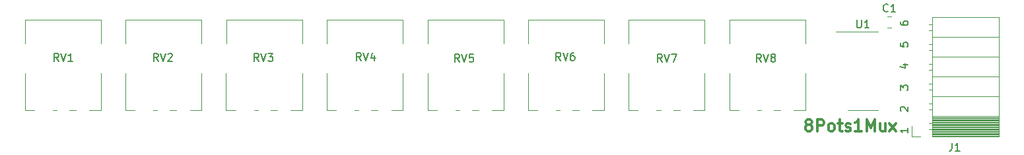
<source format=gbr>
%TF.GenerationSoftware,KiCad,Pcbnew,(7.0.0)*%
%TF.CreationDate,2023-08-09T19:52:53-07:00*%
%TF.ProjectId,8-pots-1-mux,382d706f-7473-42d3-912d-6d75782e6b69,rev?*%
%TF.SameCoordinates,Original*%
%TF.FileFunction,Legend,Top*%
%TF.FilePolarity,Positive*%
%FSLAX46Y46*%
G04 Gerber Fmt 4.6, Leading zero omitted, Abs format (unit mm)*
G04 Created by KiCad (PCBNEW (7.0.0)) date 2023-08-09 19:52:53*
%MOMM*%
%LPD*%
G01*
G04 APERTURE LIST*
%ADD10C,0.300000*%
%ADD11C,0.150000*%
%ADD12C,0.120000*%
G04 APERTURE END LIST*
D10*
X192655714Y-39923928D02*
X192512857Y-39852500D01*
X192512857Y-39852500D02*
X192441428Y-39781071D01*
X192441428Y-39781071D02*
X192370000Y-39638214D01*
X192370000Y-39638214D02*
X192370000Y-39566785D01*
X192370000Y-39566785D02*
X192441428Y-39423928D01*
X192441428Y-39423928D02*
X192512857Y-39352500D01*
X192512857Y-39352500D02*
X192655714Y-39281071D01*
X192655714Y-39281071D02*
X192941428Y-39281071D01*
X192941428Y-39281071D02*
X193084286Y-39352500D01*
X193084286Y-39352500D02*
X193155714Y-39423928D01*
X193155714Y-39423928D02*
X193227143Y-39566785D01*
X193227143Y-39566785D02*
X193227143Y-39638214D01*
X193227143Y-39638214D02*
X193155714Y-39781071D01*
X193155714Y-39781071D02*
X193084286Y-39852500D01*
X193084286Y-39852500D02*
X192941428Y-39923928D01*
X192941428Y-39923928D02*
X192655714Y-39923928D01*
X192655714Y-39923928D02*
X192512857Y-39995357D01*
X192512857Y-39995357D02*
X192441428Y-40066785D01*
X192441428Y-40066785D02*
X192370000Y-40209642D01*
X192370000Y-40209642D02*
X192370000Y-40495357D01*
X192370000Y-40495357D02*
X192441428Y-40638214D01*
X192441428Y-40638214D02*
X192512857Y-40709642D01*
X192512857Y-40709642D02*
X192655714Y-40781071D01*
X192655714Y-40781071D02*
X192941428Y-40781071D01*
X192941428Y-40781071D02*
X193084286Y-40709642D01*
X193084286Y-40709642D02*
X193155714Y-40638214D01*
X193155714Y-40638214D02*
X193227143Y-40495357D01*
X193227143Y-40495357D02*
X193227143Y-40209642D01*
X193227143Y-40209642D02*
X193155714Y-40066785D01*
X193155714Y-40066785D02*
X193084286Y-39995357D01*
X193084286Y-39995357D02*
X192941428Y-39923928D01*
X193869999Y-40781071D02*
X193869999Y-39281071D01*
X193869999Y-39281071D02*
X194441428Y-39281071D01*
X194441428Y-39281071D02*
X194584285Y-39352500D01*
X194584285Y-39352500D02*
X194655714Y-39423928D01*
X194655714Y-39423928D02*
X194727142Y-39566785D01*
X194727142Y-39566785D02*
X194727142Y-39781071D01*
X194727142Y-39781071D02*
X194655714Y-39923928D01*
X194655714Y-39923928D02*
X194584285Y-39995357D01*
X194584285Y-39995357D02*
X194441428Y-40066785D01*
X194441428Y-40066785D02*
X193869999Y-40066785D01*
X195584285Y-40781071D02*
X195441428Y-40709642D01*
X195441428Y-40709642D02*
X195369999Y-40638214D01*
X195369999Y-40638214D02*
X195298571Y-40495357D01*
X195298571Y-40495357D02*
X195298571Y-40066785D01*
X195298571Y-40066785D02*
X195369999Y-39923928D01*
X195369999Y-39923928D02*
X195441428Y-39852500D01*
X195441428Y-39852500D02*
X195584285Y-39781071D01*
X195584285Y-39781071D02*
X195798571Y-39781071D01*
X195798571Y-39781071D02*
X195941428Y-39852500D01*
X195941428Y-39852500D02*
X196012857Y-39923928D01*
X196012857Y-39923928D02*
X196084285Y-40066785D01*
X196084285Y-40066785D02*
X196084285Y-40495357D01*
X196084285Y-40495357D02*
X196012857Y-40638214D01*
X196012857Y-40638214D02*
X195941428Y-40709642D01*
X195941428Y-40709642D02*
X195798571Y-40781071D01*
X195798571Y-40781071D02*
X195584285Y-40781071D01*
X196512857Y-39781071D02*
X197084285Y-39781071D01*
X196727142Y-39281071D02*
X196727142Y-40566785D01*
X196727142Y-40566785D02*
X196798571Y-40709642D01*
X196798571Y-40709642D02*
X196941428Y-40781071D01*
X196941428Y-40781071D02*
X197084285Y-40781071D01*
X197512857Y-40709642D02*
X197655714Y-40781071D01*
X197655714Y-40781071D02*
X197941428Y-40781071D01*
X197941428Y-40781071D02*
X198084285Y-40709642D01*
X198084285Y-40709642D02*
X198155714Y-40566785D01*
X198155714Y-40566785D02*
X198155714Y-40495357D01*
X198155714Y-40495357D02*
X198084285Y-40352500D01*
X198084285Y-40352500D02*
X197941428Y-40281071D01*
X197941428Y-40281071D02*
X197727143Y-40281071D01*
X197727143Y-40281071D02*
X197584285Y-40209642D01*
X197584285Y-40209642D02*
X197512857Y-40066785D01*
X197512857Y-40066785D02*
X197512857Y-39995357D01*
X197512857Y-39995357D02*
X197584285Y-39852500D01*
X197584285Y-39852500D02*
X197727143Y-39781071D01*
X197727143Y-39781071D02*
X197941428Y-39781071D01*
X197941428Y-39781071D02*
X198084285Y-39852500D01*
X199584286Y-40781071D02*
X198727143Y-40781071D01*
X199155714Y-40781071D02*
X199155714Y-39281071D01*
X199155714Y-39281071D02*
X199012857Y-39495357D01*
X199012857Y-39495357D02*
X198870000Y-39638214D01*
X198870000Y-39638214D02*
X198727143Y-39709642D01*
X200227142Y-40781071D02*
X200227142Y-39281071D01*
X200227142Y-39281071D02*
X200727142Y-40352500D01*
X200727142Y-40352500D02*
X201227142Y-39281071D01*
X201227142Y-39281071D02*
X201227142Y-40781071D01*
X202584286Y-39781071D02*
X202584286Y-40781071D01*
X201941428Y-39781071D02*
X201941428Y-40566785D01*
X201941428Y-40566785D02*
X202012857Y-40709642D01*
X202012857Y-40709642D02*
X202155714Y-40781071D01*
X202155714Y-40781071D02*
X202370000Y-40781071D01*
X202370000Y-40781071D02*
X202512857Y-40709642D01*
X202512857Y-40709642D02*
X202584286Y-40638214D01*
X203155714Y-40781071D02*
X203941429Y-39781071D01*
X203155714Y-39781071D02*
X203941429Y-40781071D01*
D11*
X205522380Y-40386095D02*
X205522380Y-40957523D01*
X205522380Y-40671809D02*
X204522380Y-40671809D01*
X204522380Y-40671809D02*
X204665238Y-40767047D01*
X204665238Y-40767047D02*
X204760476Y-40862285D01*
X204760476Y-40862285D02*
X204808095Y-40957523D01*
X204617619Y-38205142D02*
X204570000Y-38157523D01*
X204570000Y-38157523D02*
X204522380Y-38062285D01*
X204522380Y-38062285D02*
X204522380Y-37824190D01*
X204522380Y-37824190D02*
X204570000Y-37728952D01*
X204570000Y-37728952D02*
X204617619Y-37681333D01*
X204617619Y-37681333D02*
X204712857Y-37633714D01*
X204712857Y-37633714D02*
X204808095Y-37633714D01*
X204808095Y-37633714D02*
X204950952Y-37681333D01*
X204950952Y-37681333D02*
X205522380Y-38252761D01*
X205522380Y-38252761D02*
X205522380Y-37633714D01*
X204522380Y-35500380D02*
X204522380Y-34881333D01*
X204522380Y-34881333D02*
X204903333Y-35214666D01*
X204903333Y-35214666D02*
X204903333Y-35071809D01*
X204903333Y-35071809D02*
X204950952Y-34976571D01*
X204950952Y-34976571D02*
X204998571Y-34928952D01*
X204998571Y-34928952D02*
X205093809Y-34881333D01*
X205093809Y-34881333D02*
X205331904Y-34881333D01*
X205331904Y-34881333D02*
X205427142Y-34928952D01*
X205427142Y-34928952D02*
X205474761Y-34976571D01*
X205474761Y-34976571D02*
X205522380Y-35071809D01*
X205522380Y-35071809D02*
X205522380Y-35357523D01*
X205522380Y-35357523D02*
X205474761Y-35452761D01*
X205474761Y-35452761D02*
X205427142Y-35500380D01*
X204855714Y-32224190D02*
X205522380Y-32224190D01*
X204474761Y-32462285D02*
X205189047Y-32700380D01*
X205189047Y-32700380D02*
X205189047Y-32081333D01*
X204522380Y-29424190D02*
X204522380Y-29900380D01*
X204522380Y-29900380D02*
X204998571Y-29947999D01*
X204998571Y-29947999D02*
X204950952Y-29900380D01*
X204950952Y-29900380D02*
X204903333Y-29805142D01*
X204903333Y-29805142D02*
X204903333Y-29567047D01*
X204903333Y-29567047D02*
X204950952Y-29471809D01*
X204950952Y-29471809D02*
X204998571Y-29424190D01*
X204998571Y-29424190D02*
X205093809Y-29376571D01*
X205093809Y-29376571D02*
X205331904Y-29376571D01*
X205331904Y-29376571D02*
X205427142Y-29424190D01*
X205427142Y-29424190D02*
X205474761Y-29471809D01*
X205474761Y-29471809D02*
X205522380Y-29567047D01*
X205522380Y-29567047D02*
X205522380Y-29805142D01*
X205522380Y-29805142D02*
X205474761Y-29900380D01*
X205474761Y-29900380D02*
X205427142Y-29947999D01*
X204522380Y-26719428D02*
X204522380Y-26909904D01*
X204522380Y-26909904D02*
X204570000Y-27005142D01*
X204570000Y-27005142D02*
X204617619Y-27052761D01*
X204617619Y-27052761D02*
X204760476Y-27147999D01*
X204760476Y-27147999D02*
X204950952Y-27195618D01*
X204950952Y-27195618D02*
X205331904Y-27195618D01*
X205331904Y-27195618D02*
X205427142Y-27147999D01*
X205427142Y-27147999D02*
X205474761Y-27100380D01*
X205474761Y-27100380D02*
X205522380Y-27005142D01*
X205522380Y-27005142D02*
X205522380Y-26814666D01*
X205522380Y-26814666D02*
X205474761Y-26719428D01*
X205474761Y-26719428D02*
X205427142Y-26671809D01*
X205427142Y-26671809D02*
X205331904Y-26624190D01*
X205331904Y-26624190D02*
X205093809Y-26624190D01*
X205093809Y-26624190D02*
X204998571Y-26671809D01*
X204998571Y-26671809D02*
X204950952Y-26719428D01*
X204950952Y-26719428D02*
X204903333Y-26814666D01*
X204903333Y-26814666D02*
X204903333Y-27005142D01*
X204903333Y-27005142D02*
X204950952Y-27100380D01*
X204950952Y-27100380D02*
X204998571Y-27147999D01*
X204998571Y-27147999D02*
X205093809Y-27195618D01*
%TO.C,C1*%
X202963333Y-25372142D02*
X202915714Y-25419761D01*
X202915714Y-25419761D02*
X202772857Y-25467380D01*
X202772857Y-25467380D02*
X202677619Y-25467380D01*
X202677619Y-25467380D02*
X202534762Y-25419761D01*
X202534762Y-25419761D02*
X202439524Y-25324523D01*
X202439524Y-25324523D02*
X202391905Y-25229285D01*
X202391905Y-25229285D02*
X202344286Y-25038809D01*
X202344286Y-25038809D02*
X202344286Y-24895952D01*
X202344286Y-24895952D02*
X202391905Y-24705476D01*
X202391905Y-24705476D02*
X202439524Y-24610238D01*
X202439524Y-24610238D02*
X202534762Y-24515000D01*
X202534762Y-24515000D02*
X202677619Y-24467380D01*
X202677619Y-24467380D02*
X202772857Y-24467380D01*
X202772857Y-24467380D02*
X202915714Y-24515000D01*
X202915714Y-24515000D02*
X202963333Y-24562619D01*
X203915714Y-25467380D02*
X203344286Y-25467380D01*
X203630000Y-25467380D02*
X203630000Y-24467380D01*
X203630000Y-24467380D02*
X203534762Y-24610238D01*
X203534762Y-24610238D02*
X203439524Y-24705476D01*
X203439524Y-24705476D02*
X203344286Y-24753095D01*
%TO.C,RV5*%
X148004761Y-31887380D02*
X147671428Y-31411190D01*
X147433333Y-31887380D02*
X147433333Y-30887380D01*
X147433333Y-30887380D02*
X147814285Y-30887380D01*
X147814285Y-30887380D02*
X147909523Y-30935000D01*
X147909523Y-30935000D02*
X147957142Y-30982619D01*
X147957142Y-30982619D02*
X148004761Y-31077857D01*
X148004761Y-31077857D02*
X148004761Y-31220714D01*
X148004761Y-31220714D02*
X147957142Y-31315952D01*
X147957142Y-31315952D02*
X147909523Y-31363571D01*
X147909523Y-31363571D02*
X147814285Y-31411190D01*
X147814285Y-31411190D02*
X147433333Y-31411190D01*
X148290476Y-30887380D02*
X148623809Y-31887380D01*
X148623809Y-31887380D02*
X148957142Y-30887380D01*
X149766666Y-30887380D02*
X149290476Y-30887380D01*
X149290476Y-30887380D02*
X149242857Y-31363571D01*
X149242857Y-31363571D02*
X149290476Y-31315952D01*
X149290476Y-31315952D02*
X149385714Y-31268333D01*
X149385714Y-31268333D02*
X149623809Y-31268333D01*
X149623809Y-31268333D02*
X149719047Y-31315952D01*
X149719047Y-31315952D02*
X149766666Y-31363571D01*
X149766666Y-31363571D02*
X149814285Y-31458809D01*
X149814285Y-31458809D02*
X149814285Y-31696904D01*
X149814285Y-31696904D02*
X149766666Y-31792142D01*
X149766666Y-31792142D02*
X149719047Y-31839761D01*
X149719047Y-31839761D02*
X149623809Y-31887380D01*
X149623809Y-31887380D02*
X149385714Y-31887380D01*
X149385714Y-31887380D02*
X149290476Y-31839761D01*
X149290476Y-31839761D02*
X149242857Y-31792142D01*
%TO.C,RV6*%
X160974761Y-31707380D02*
X160641428Y-31231190D01*
X160403333Y-31707380D02*
X160403333Y-30707380D01*
X160403333Y-30707380D02*
X160784285Y-30707380D01*
X160784285Y-30707380D02*
X160879523Y-30755000D01*
X160879523Y-30755000D02*
X160927142Y-30802619D01*
X160927142Y-30802619D02*
X160974761Y-30897857D01*
X160974761Y-30897857D02*
X160974761Y-31040714D01*
X160974761Y-31040714D02*
X160927142Y-31135952D01*
X160927142Y-31135952D02*
X160879523Y-31183571D01*
X160879523Y-31183571D02*
X160784285Y-31231190D01*
X160784285Y-31231190D02*
X160403333Y-31231190D01*
X161260476Y-30707380D02*
X161593809Y-31707380D01*
X161593809Y-31707380D02*
X161927142Y-30707380D01*
X162689047Y-30707380D02*
X162498571Y-30707380D01*
X162498571Y-30707380D02*
X162403333Y-30755000D01*
X162403333Y-30755000D02*
X162355714Y-30802619D01*
X162355714Y-30802619D02*
X162260476Y-30945476D01*
X162260476Y-30945476D02*
X162212857Y-31135952D01*
X162212857Y-31135952D02*
X162212857Y-31516904D01*
X162212857Y-31516904D02*
X162260476Y-31612142D01*
X162260476Y-31612142D02*
X162308095Y-31659761D01*
X162308095Y-31659761D02*
X162403333Y-31707380D01*
X162403333Y-31707380D02*
X162593809Y-31707380D01*
X162593809Y-31707380D02*
X162689047Y-31659761D01*
X162689047Y-31659761D02*
X162736666Y-31612142D01*
X162736666Y-31612142D02*
X162784285Y-31516904D01*
X162784285Y-31516904D02*
X162784285Y-31278809D01*
X162784285Y-31278809D02*
X162736666Y-31183571D01*
X162736666Y-31183571D02*
X162689047Y-31135952D01*
X162689047Y-31135952D02*
X162593809Y-31088333D01*
X162593809Y-31088333D02*
X162403333Y-31088333D01*
X162403333Y-31088333D02*
X162308095Y-31135952D01*
X162308095Y-31135952D02*
X162260476Y-31183571D01*
X162260476Y-31183571D02*
X162212857Y-31278809D01*
%TO.C,RV1*%
X96594761Y-31807380D02*
X96261428Y-31331190D01*
X96023333Y-31807380D02*
X96023333Y-30807380D01*
X96023333Y-30807380D02*
X96404285Y-30807380D01*
X96404285Y-30807380D02*
X96499523Y-30855000D01*
X96499523Y-30855000D02*
X96547142Y-30902619D01*
X96547142Y-30902619D02*
X96594761Y-30997857D01*
X96594761Y-30997857D02*
X96594761Y-31140714D01*
X96594761Y-31140714D02*
X96547142Y-31235952D01*
X96547142Y-31235952D02*
X96499523Y-31283571D01*
X96499523Y-31283571D02*
X96404285Y-31331190D01*
X96404285Y-31331190D02*
X96023333Y-31331190D01*
X96880476Y-30807380D02*
X97213809Y-31807380D01*
X97213809Y-31807380D02*
X97547142Y-30807380D01*
X98404285Y-31807380D02*
X97832857Y-31807380D01*
X98118571Y-31807380D02*
X98118571Y-30807380D01*
X98118571Y-30807380D02*
X98023333Y-30950238D01*
X98023333Y-30950238D02*
X97928095Y-31045476D01*
X97928095Y-31045476D02*
X97832857Y-31093095D01*
%TO.C,RV7*%
X173984761Y-31907380D02*
X173651428Y-31431190D01*
X173413333Y-31907380D02*
X173413333Y-30907380D01*
X173413333Y-30907380D02*
X173794285Y-30907380D01*
X173794285Y-30907380D02*
X173889523Y-30955000D01*
X173889523Y-30955000D02*
X173937142Y-31002619D01*
X173937142Y-31002619D02*
X173984761Y-31097857D01*
X173984761Y-31097857D02*
X173984761Y-31240714D01*
X173984761Y-31240714D02*
X173937142Y-31335952D01*
X173937142Y-31335952D02*
X173889523Y-31383571D01*
X173889523Y-31383571D02*
X173794285Y-31431190D01*
X173794285Y-31431190D02*
X173413333Y-31431190D01*
X174270476Y-30907380D02*
X174603809Y-31907380D01*
X174603809Y-31907380D02*
X174937142Y-30907380D01*
X175175238Y-30907380D02*
X175841904Y-30907380D01*
X175841904Y-30907380D02*
X175413333Y-31907380D01*
%TO.C,RV3*%
X122264761Y-31817380D02*
X121931428Y-31341190D01*
X121693333Y-31817380D02*
X121693333Y-30817380D01*
X121693333Y-30817380D02*
X122074285Y-30817380D01*
X122074285Y-30817380D02*
X122169523Y-30865000D01*
X122169523Y-30865000D02*
X122217142Y-30912619D01*
X122217142Y-30912619D02*
X122264761Y-31007857D01*
X122264761Y-31007857D02*
X122264761Y-31150714D01*
X122264761Y-31150714D02*
X122217142Y-31245952D01*
X122217142Y-31245952D02*
X122169523Y-31293571D01*
X122169523Y-31293571D02*
X122074285Y-31341190D01*
X122074285Y-31341190D02*
X121693333Y-31341190D01*
X122550476Y-30817380D02*
X122883809Y-31817380D01*
X122883809Y-31817380D02*
X123217142Y-30817380D01*
X123455238Y-30817380D02*
X124074285Y-30817380D01*
X124074285Y-30817380D02*
X123740952Y-31198333D01*
X123740952Y-31198333D02*
X123883809Y-31198333D01*
X123883809Y-31198333D02*
X123979047Y-31245952D01*
X123979047Y-31245952D02*
X124026666Y-31293571D01*
X124026666Y-31293571D02*
X124074285Y-31388809D01*
X124074285Y-31388809D02*
X124074285Y-31626904D01*
X124074285Y-31626904D02*
X124026666Y-31722142D01*
X124026666Y-31722142D02*
X123979047Y-31769761D01*
X123979047Y-31769761D02*
X123883809Y-31817380D01*
X123883809Y-31817380D02*
X123598095Y-31817380D01*
X123598095Y-31817380D02*
X123502857Y-31769761D01*
X123502857Y-31769761D02*
X123455238Y-31722142D01*
%TO.C,U1*%
X198958095Y-26517380D02*
X198958095Y-27326904D01*
X198958095Y-27326904D02*
X199005714Y-27422142D01*
X199005714Y-27422142D02*
X199053333Y-27469761D01*
X199053333Y-27469761D02*
X199148571Y-27517380D01*
X199148571Y-27517380D02*
X199339047Y-27517380D01*
X199339047Y-27517380D02*
X199434285Y-27469761D01*
X199434285Y-27469761D02*
X199481904Y-27422142D01*
X199481904Y-27422142D02*
X199529523Y-27326904D01*
X199529523Y-27326904D02*
X199529523Y-26517380D01*
X200529523Y-27517380D02*
X199958095Y-27517380D01*
X200243809Y-27517380D02*
X200243809Y-26517380D01*
X200243809Y-26517380D02*
X200148571Y-26660238D01*
X200148571Y-26660238D02*
X200053333Y-26755476D01*
X200053333Y-26755476D02*
X199958095Y-26803095D01*
%TO.C,RV8*%
X186694761Y-31877380D02*
X186361428Y-31401190D01*
X186123333Y-31877380D02*
X186123333Y-30877380D01*
X186123333Y-30877380D02*
X186504285Y-30877380D01*
X186504285Y-30877380D02*
X186599523Y-30925000D01*
X186599523Y-30925000D02*
X186647142Y-30972619D01*
X186647142Y-30972619D02*
X186694761Y-31067857D01*
X186694761Y-31067857D02*
X186694761Y-31210714D01*
X186694761Y-31210714D02*
X186647142Y-31305952D01*
X186647142Y-31305952D02*
X186599523Y-31353571D01*
X186599523Y-31353571D02*
X186504285Y-31401190D01*
X186504285Y-31401190D02*
X186123333Y-31401190D01*
X186980476Y-30877380D02*
X187313809Y-31877380D01*
X187313809Y-31877380D02*
X187647142Y-30877380D01*
X188123333Y-31305952D02*
X188028095Y-31258333D01*
X188028095Y-31258333D02*
X187980476Y-31210714D01*
X187980476Y-31210714D02*
X187932857Y-31115476D01*
X187932857Y-31115476D02*
X187932857Y-31067857D01*
X187932857Y-31067857D02*
X187980476Y-30972619D01*
X187980476Y-30972619D02*
X188028095Y-30925000D01*
X188028095Y-30925000D02*
X188123333Y-30877380D01*
X188123333Y-30877380D02*
X188313809Y-30877380D01*
X188313809Y-30877380D02*
X188409047Y-30925000D01*
X188409047Y-30925000D02*
X188456666Y-30972619D01*
X188456666Y-30972619D02*
X188504285Y-31067857D01*
X188504285Y-31067857D02*
X188504285Y-31115476D01*
X188504285Y-31115476D02*
X188456666Y-31210714D01*
X188456666Y-31210714D02*
X188409047Y-31258333D01*
X188409047Y-31258333D02*
X188313809Y-31305952D01*
X188313809Y-31305952D02*
X188123333Y-31305952D01*
X188123333Y-31305952D02*
X188028095Y-31353571D01*
X188028095Y-31353571D02*
X187980476Y-31401190D01*
X187980476Y-31401190D02*
X187932857Y-31496428D01*
X187932857Y-31496428D02*
X187932857Y-31686904D01*
X187932857Y-31686904D02*
X187980476Y-31782142D01*
X187980476Y-31782142D02*
X188028095Y-31829761D01*
X188028095Y-31829761D02*
X188123333Y-31877380D01*
X188123333Y-31877380D02*
X188313809Y-31877380D01*
X188313809Y-31877380D02*
X188409047Y-31829761D01*
X188409047Y-31829761D02*
X188456666Y-31782142D01*
X188456666Y-31782142D02*
X188504285Y-31686904D01*
X188504285Y-31686904D02*
X188504285Y-31496428D01*
X188504285Y-31496428D02*
X188456666Y-31401190D01*
X188456666Y-31401190D02*
X188409047Y-31353571D01*
X188409047Y-31353571D02*
X188313809Y-31305952D01*
%TO.C,RV4*%
X135384761Y-31737380D02*
X135051428Y-31261190D01*
X134813333Y-31737380D02*
X134813333Y-30737380D01*
X134813333Y-30737380D02*
X135194285Y-30737380D01*
X135194285Y-30737380D02*
X135289523Y-30785000D01*
X135289523Y-30785000D02*
X135337142Y-30832619D01*
X135337142Y-30832619D02*
X135384761Y-30927857D01*
X135384761Y-30927857D02*
X135384761Y-31070714D01*
X135384761Y-31070714D02*
X135337142Y-31165952D01*
X135337142Y-31165952D02*
X135289523Y-31213571D01*
X135289523Y-31213571D02*
X135194285Y-31261190D01*
X135194285Y-31261190D02*
X134813333Y-31261190D01*
X135670476Y-30737380D02*
X136003809Y-31737380D01*
X136003809Y-31737380D02*
X136337142Y-30737380D01*
X137099047Y-31070714D02*
X137099047Y-31737380D01*
X136860952Y-30689761D02*
X136622857Y-31404047D01*
X136622857Y-31404047D02*
X137241904Y-31404047D01*
%TO.C,J1*%
X211166666Y-42287380D02*
X211166666Y-43001666D01*
X211166666Y-43001666D02*
X211119047Y-43144523D01*
X211119047Y-43144523D02*
X211023809Y-43239761D01*
X211023809Y-43239761D02*
X210880952Y-43287380D01*
X210880952Y-43287380D02*
X210785714Y-43287380D01*
X212166666Y-43287380D02*
X211595238Y-43287380D01*
X211880952Y-43287380D02*
X211880952Y-42287380D01*
X211880952Y-42287380D02*
X211785714Y-42430238D01*
X211785714Y-42430238D02*
X211690476Y-42525476D01*
X211690476Y-42525476D02*
X211595238Y-42573095D01*
%TO.C,RV2*%
X109354761Y-31807380D02*
X109021428Y-31331190D01*
X108783333Y-31807380D02*
X108783333Y-30807380D01*
X108783333Y-30807380D02*
X109164285Y-30807380D01*
X109164285Y-30807380D02*
X109259523Y-30855000D01*
X109259523Y-30855000D02*
X109307142Y-30902619D01*
X109307142Y-30902619D02*
X109354761Y-30997857D01*
X109354761Y-30997857D02*
X109354761Y-31140714D01*
X109354761Y-31140714D02*
X109307142Y-31235952D01*
X109307142Y-31235952D02*
X109259523Y-31283571D01*
X109259523Y-31283571D02*
X109164285Y-31331190D01*
X109164285Y-31331190D02*
X108783333Y-31331190D01*
X109640476Y-30807380D02*
X109973809Y-31807380D01*
X109973809Y-31807380D02*
X110307142Y-30807380D01*
X110592857Y-30902619D02*
X110640476Y-30855000D01*
X110640476Y-30855000D02*
X110735714Y-30807380D01*
X110735714Y-30807380D02*
X110973809Y-30807380D01*
X110973809Y-30807380D02*
X111069047Y-30855000D01*
X111069047Y-30855000D02*
X111116666Y-30902619D01*
X111116666Y-30902619D02*
X111164285Y-30997857D01*
X111164285Y-30997857D02*
X111164285Y-31093095D01*
X111164285Y-31093095D02*
X111116666Y-31235952D01*
X111116666Y-31235952D02*
X110545238Y-31807380D01*
X110545238Y-31807380D02*
X111164285Y-31807380D01*
D12*
%TO.C,C1*%
X202868748Y-26045000D02*
X203391252Y-26045000D01*
X202868748Y-27515000D02*
X203391252Y-27515000D01*
%TO.C,RV5*%
X143910000Y-38100000D02*
X143910000Y-33380000D01*
X145100000Y-38100000D02*
X143920000Y-38100000D01*
X148000000Y-38100000D02*
X147470000Y-38100000D01*
X150450000Y-38100000D02*
X149620000Y-38100000D01*
X153660000Y-38100000D02*
X152170000Y-38100000D01*
X153660000Y-38100000D02*
X153660000Y-33380000D01*
X143920000Y-29570000D02*
X143920000Y-26510000D01*
X153660000Y-29570000D02*
X153660000Y-26510000D01*
X153660000Y-26510000D02*
X143920000Y-26510000D01*
%TO.C,RV6*%
X156800000Y-38100000D02*
X156800000Y-33380000D01*
X157990000Y-38100000D02*
X156810000Y-38100000D01*
X160890000Y-38100000D02*
X160360000Y-38100000D01*
X163340000Y-38100000D02*
X162510000Y-38100000D01*
X166550000Y-38100000D02*
X165060000Y-38100000D01*
X166550000Y-38100000D02*
X166550000Y-33380000D01*
X156810000Y-29570000D02*
X156810000Y-26510000D01*
X166550000Y-29570000D02*
X166550000Y-26510000D01*
X166550000Y-26510000D02*
X156810000Y-26510000D01*
%TO.C,RV1*%
X92260000Y-38100000D02*
X92260000Y-33380000D01*
X93450000Y-38100000D02*
X92270000Y-38100000D01*
X96350000Y-38100000D02*
X95820000Y-38100000D01*
X98800000Y-38100000D02*
X97970000Y-38100000D01*
X102010000Y-38100000D02*
X100520000Y-38100000D01*
X102010000Y-38100000D02*
X102010000Y-33380000D01*
X92270000Y-29570000D02*
X92270000Y-26510000D01*
X102010000Y-29570000D02*
X102010000Y-26510000D01*
X102010000Y-26510000D02*
X92270000Y-26510000D01*
%TO.C,RV7*%
X169700000Y-38100000D02*
X169700000Y-33380000D01*
X170890000Y-38100000D02*
X169710000Y-38100000D01*
X173790000Y-38100000D02*
X173260000Y-38100000D01*
X176240000Y-38100000D02*
X175410000Y-38100000D01*
X179450000Y-38100000D02*
X177960000Y-38100000D01*
X179450000Y-38100000D02*
X179450000Y-33380000D01*
X169710000Y-29570000D02*
X169710000Y-26510000D01*
X179450000Y-29570000D02*
X179450000Y-26510000D01*
X179450000Y-26510000D02*
X169710000Y-26510000D01*
%TO.C,RV3*%
X118070000Y-38100000D02*
X118070000Y-33380000D01*
X119260000Y-38100000D02*
X118080000Y-38100000D01*
X122160000Y-38100000D02*
X121630000Y-38100000D01*
X124610000Y-38100000D02*
X123780000Y-38100000D01*
X127820000Y-38100000D02*
X126330000Y-38100000D01*
X127820000Y-38100000D02*
X127820000Y-33380000D01*
X118080000Y-29570000D02*
X118080000Y-26510000D01*
X127820000Y-29570000D02*
X127820000Y-26510000D01*
X127820000Y-26510000D02*
X118080000Y-26510000D01*
%TO.C,U1*%
X199720000Y-27990000D02*
X196270000Y-27990000D01*
X199720000Y-27990000D02*
X201670000Y-27990000D01*
X199720000Y-38110000D02*
X197770000Y-38110000D01*
X199720000Y-38110000D02*
X201670000Y-38110000D01*
%TO.C,RV8*%
X182620000Y-38100000D02*
X182620000Y-33380000D01*
X183810000Y-38100000D02*
X182630000Y-38100000D01*
X186710000Y-38100000D02*
X186180000Y-38100000D01*
X189160000Y-38100000D02*
X188330000Y-38100000D01*
X192370000Y-38100000D02*
X190880000Y-38100000D01*
X192370000Y-38100000D02*
X192370000Y-33380000D01*
X182630000Y-29570000D02*
X182630000Y-26510000D01*
X192370000Y-29570000D02*
X192370000Y-26510000D01*
X192370000Y-26510000D02*
X182630000Y-26510000D01*
%TO.C,RV4*%
X130980000Y-38100000D02*
X130980000Y-33380000D01*
X132170000Y-38100000D02*
X130990000Y-38100000D01*
X135070000Y-38100000D02*
X134540000Y-38100000D01*
X137520000Y-38100000D02*
X136690000Y-38100000D01*
X140730000Y-38100000D02*
X139240000Y-38100000D01*
X140730000Y-38100000D02*
X140730000Y-33380000D01*
X130990000Y-29570000D02*
X130990000Y-26510000D01*
X140730000Y-29570000D02*
X140730000Y-26510000D01*
X140730000Y-26510000D02*
X130990000Y-26510000D01*
%TO.C,J1*%
X217210000Y-41480000D02*
X217210000Y-26120000D01*
X217210000Y-41480000D02*
X208580000Y-41480000D01*
X217210000Y-41360000D02*
X208580000Y-41360000D01*
X217210000Y-41241905D02*
X208580000Y-41241905D01*
X217210000Y-41123810D02*
X208580000Y-41123810D01*
X217210000Y-41005715D02*
X208580000Y-41005715D01*
X217210000Y-40887620D02*
X208580000Y-40887620D01*
X217210000Y-40769525D02*
X208580000Y-40769525D01*
X217210000Y-40651430D02*
X208580000Y-40651430D01*
X217210000Y-40533335D02*
X208580000Y-40533335D01*
X217210000Y-40415240D02*
X208580000Y-40415240D01*
X217210000Y-40297145D02*
X208580000Y-40297145D01*
X217210000Y-40179050D02*
X208580000Y-40179050D01*
X217210000Y-40060955D02*
X208580000Y-40060955D01*
X217210000Y-39942860D02*
X208580000Y-39942860D01*
X217210000Y-39824765D02*
X208580000Y-39824765D01*
X217210000Y-39706670D02*
X208580000Y-39706670D01*
X217210000Y-39588575D02*
X208580000Y-39588575D01*
X217210000Y-39470480D02*
X208580000Y-39470480D01*
X217210000Y-39352385D02*
X208580000Y-39352385D01*
X217210000Y-39234290D02*
X208580000Y-39234290D01*
X217210000Y-39116195D02*
X208580000Y-39116195D01*
X217210000Y-38998100D02*
X208580000Y-38998100D01*
X217210000Y-38880000D02*
X208580000Y-38880000D01*
X217210000Y-36340000D02*
X208580000Y-36340000D01*
X217210000Y-33800000D02*
X208580000Y-33800000D01*
X217210000Y-31260000D02*
X208580000Y-31260000D01*
X217210000Y-28720000D02*
X208580000Y-28720000D01*
X217210000Y-26120000D02*
X208580000Y-26120000D01*
X208580000Y-41480000D02*
X208580000Y-26120000D01*
X208580000Y-40510000D02*
X208230000Y-40510000D01*
X208580000Y-39790000D02*
X208230000Y-39790000D01*
X208580000Y-37970000D02*
X208170000Y-37970000D01*
X208580000Y-37250000D02*
X208170000Y-37250000D01*
X208580000Y-35430000D02*
X208170000Y-35430000D01*
X208580000Y-34710000D02*
X208170000Y-34710000D01*
X208580000Y-32890000D02*
X208170000Y-32890000D01*
X208580000Y-32170000D02*
X208170000Y-32170000D01*
X208580000Y-30350000D02*
X208170000Y-30350000D01*
X208580000Y-29630000D02*
X208170000Y-29630000D01*
X208580000Y-27810000D02*
X208170000Y-27810000D01*
X208580000Y-27090000D02*
X208170000Y-27090000D01*
X207120000Y-41480000D02*
X206010000Y-41480000D01*
X206010000Y-41480000D02*
X206010000Y-40150000D01*
%TO.C,RV2*%
X105160000Y-38100000D02*
X105160000Y-33380000D01*
X106350000Y-38100000D02*
X105170000Y-38100000D01*
X109250000Y-38100000D02*
X108720000Y-38100000D01*
X111700000Y-38100000D02*
X110870000Y-38100000D01*
X114910000Y-38100000D02*
X113420000Y-38100000D01*
X114910000Y-38100000D02*
X114910000Y-33380000D01*
X105170000Y-29570000D02*
X105170000Y-26510000D01*
X114910000Y-29570000D02*
X114910000Y-26510000D01*
X114910000Y-26510000D02*
X105170000Y-26510000D01*
%TD*%
M02*

</source>
